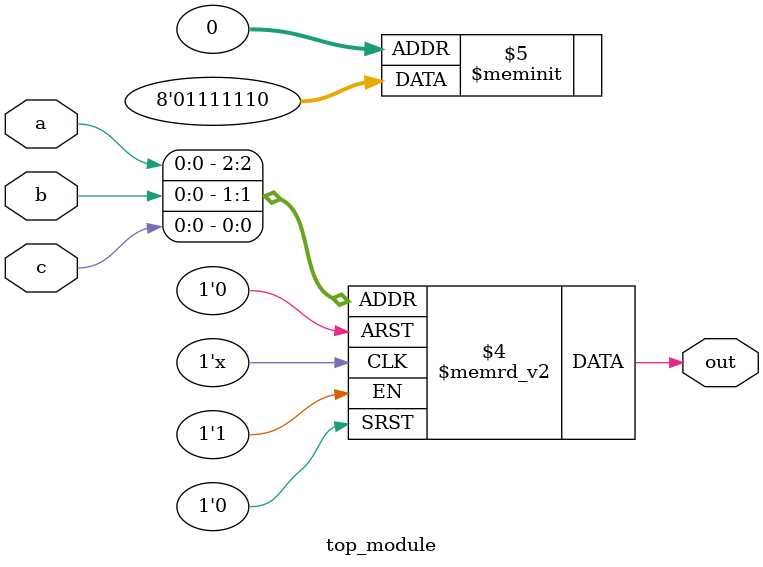
<source format=sv>
module top_module(
    input a, 
    input b,
    input c,
    output reg out
);

always @(*) begin
    case ({a, b, c})
        3'b000: out = 0;
        3'b001: out = 1; 
        3'b010: out = 1;
        3'b011: out = 1;
        3'b100: out = 1;
        3'b101: out = 1;
        3'b110: out = 1;
        3'b111: out = 0;
    endcase
end

endmodule

</source>
